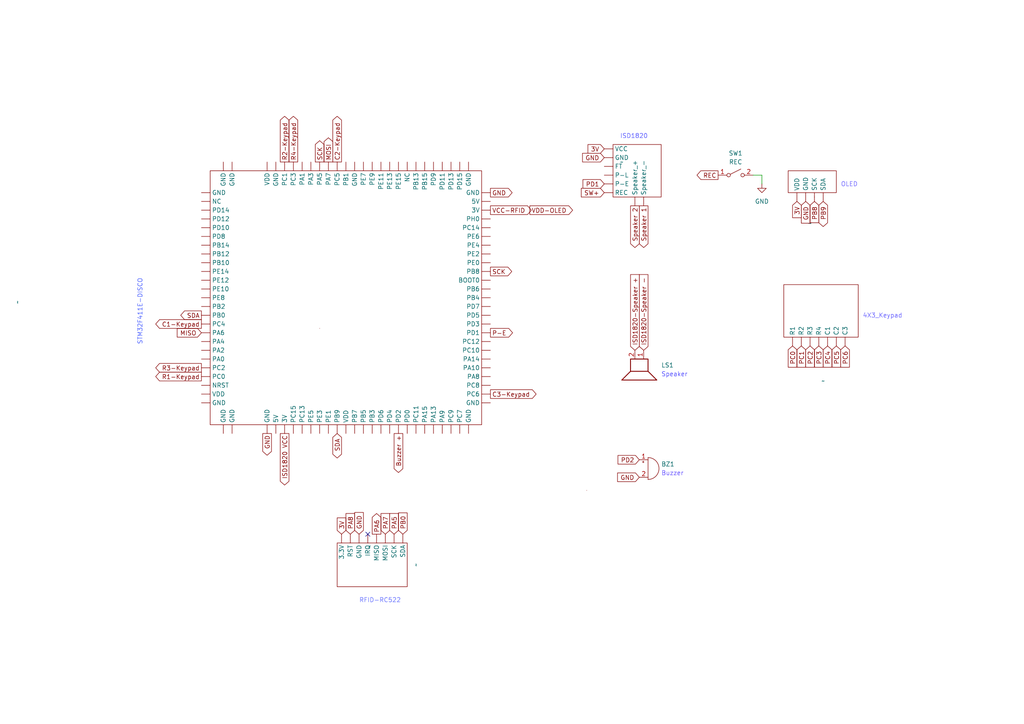
<source format=kicad_sch>
(kicad_sch (version 20230121) (generator eeschema)

  (uuid b53f0331-5242-4d30-9126-b9376c5ef6c0)

  (paper "A4")

  (title_block
    (title "Security Access Control System")
    (date "2023-12-10")
    (rev "1.1")
    (company "EC5613")
    (comment 1 "By - Sriya Garde and Krishna Suhagiya")
  )

  (lib_symbols
    (symbol "4X3 Matrix Keypad:4X3_Matrix_Keypad" (in_bom yes) (on_board yes)
      (property "Reference" "U" (at 0 0 0)
        (effects (font (size 1.27 1.27)))
      )
      (property "Value" "" (at 0 0 0)
        (effects (font (size 1.27 1.27)))
      )
      (property "Footprint" "" (at 0 0 0)
        (effects (font (size 1.27 1.27)) hide)
      )
      (property "Datasheet" "" (at 0 0 0)
        (effects (font (size 1.27 1.27)) hide)
      )
      (symbol "4X3_Matrix_Keypad_0_1"
        (rectangle (start -11.43 27.94) (end 10.16 12.7)
          (stroke (width 0) (type default))
          (fill (type none))
        )
        (rectangle (start -6.35 10.16) (end -6.35 10.16)
          (stroke (width 0) (type default))
          (fill (type none))
        )
      )
      (symbol "4X3_Matrix_Keypad_1_1"
        (pin output line (at 1.27 10.16 90) (length 2.54)
          (name "C1" (effects (font (size 1.27 1.27))))
          (number "" (effects (font (size 1.27 1.27))))
        )
        (pin output line (at 3.81 10.16 90) (length 2.54)
          (name "C2" (effects (font (size 1.27 1.27))))
          (number "" (effects (font (size 1.27 1.27))))
        )
        (pin output line (at 6.35 10.16 90) (length 2.54)
          (name "C3" (effects (font (size 1.27 1.27))))
          (number "" (effects (font (size 1.27 1.27))))
        )
        (pin output line (at -8.89 10.16 90) (length 2.54)
          (name "R1" (effects (font (size 1.27 1.27))))
          (number "" (effects (font (size 1.27 1.27))))
        )
        (pin output line (at -6.35 10.16 90) (length 2.54)
          (name "R2" (effects (font (size 1.27 1.27))))
          (number "" (effects (font (size 1.27 1.27))))
        )
        (pin output line (at -3.81 10.16 90) (length 2.54)
          (name "R3" (effects (font (size 1.27 1.27))))
          (number "" (effects (font (size 1.27 1.27))))
        )
        (pin output line (at -1.27 10.16 90) (length 2.54)
          (name "R4" (effects (font (size 1.27 1.27))))
          (number "" (effects (font (size 1.27 1.27))))
        )
      )
    )
    (symbol "Device:Buzzer" (pin_names (offset 0.0254) hide) (in_bom yes) (on_board yes)
      (property "Reference" "BZ" (at 3.81 1.27 0)
        (effects (font (size 1.27 1.27)) (justify left))
      )
      (property "Value" "Buzzer" (at 3.81 -1.27 0)
        (effects (font (size 1.27 1.27)) (justify left))
      )
      (property "Footprint" "" (at -0.635 2.54 90)
        (effects (font (size 1.27 1.27)) hide)
      )
      (property "Datasheet" "~" (at -0.635 2.54 90)
        (effects (font (size 1.27 1.27)) hide)
      )
      (property "ki_keywords" "quartz resonator ceramic" (at 0 0 0)
        (effects (font (size 1.27 1.27)) hide)
      )
      (property "ki_description" "Buzzer, polarized" (at 0 0 0)
        (effects (font (size 1.27 1.27)) hide)
      )
      (property "ki_fp_filters" "*Buzzer*" (at 0 0 0)
        (effects (font (size 1.27 1.27)) hide)
      )
      (symbol "Buzzer_0_1"
        (arc (start 0 -3.175) (mid 3.1612 0) (end 0 3.175)
          (stroke (width 0) (type default))
          (fill (type none))
        )
        (polyline
          (pts
            (xy -1.651 1.905)
            (xy -1.143 1.905)
          )
          (stroke (width 0) (type default))
          (fill (type none))
        )
        (polyline
          (pts
            (xy -1.397 2.159)
            (xy -1.397 1.651)
          )
          (stroke (width 0) (type default))
          (fill (type none))
        )
        (polyline
          (pts
            (xy 0 3.175)
            (xy 0 -3.175)
          )
          (stroke (width 0) (type default))
          (fill (type none))
        )
      )
      (symbol "Buzzer_1_1"
        (pin passive line (at -2.54 2.54 0) (length 2.54)
          (name "-" (effects (font (size 1.27 1.27))))
          (number "1" (effects (font (size 1.27 1.27))))
        )
        (pin passive line (at -2.54 -2.54 0) (length 2.54)
          (name "+" (effects (font (size 1.27 1.27))))
          (number "2" (effects (font (size 1.27 1.27))))
        )
      )
    )
    (symbol "Device:Speaker" (pin_names (offset 0) hide) (in_bom yes) (on_board yes)
      (property "Reference" "LS" (at 1.27 5.715 0)
        (effects (font (size 1.27 1.27)) (justify right))
      )
      (property "Value" "Speaker" (at 1.27 3.81 0)
        (effects (font (size 1.27 1.27)) (justify right))
      )
      (property "Footprint" "" (at 0 -5.08 0)
        (effects (font (size 1.27 1.27)) hide)
      )
      (property "Datasheet" "~" (at -0.254 -1.27 0)
        (effects (font (size 1.27 1.27)) hide)
      )
      (property "ki_keywords" "speaker sound" (at 0 0 0)
        (effects (font (size 1.27 1.27)) hide)
      )
      (property "ki_description" "Speaker" (at 0 0 0)
        (effects (font (size 1.27 1.27)) hide)
      )
      (symbol "Speaker_0_0"
        (rectangle (start -2.54 1.27) (end 1.016 -3.81)
          (stroke (width 0.254) (type default))
          (fill (type none))
        )
        (polyline
          (pts
            (xy 1.016 1.27)
            (xy 3.556 3.81)
            (xy 3.556 -6.35)
            (xy 1.016 -3.81)
          )
          (stroke (width 0.254) (type default))
          (fill (type none))
        )
      )
      (symbol "Speaker_1_1"
        (pin input line (at -5.08 0 0) (length 2.54)
          (name "1" (effects (font (size 1.27 1.27))))
          (number "1" (effects (font (size 1.27 1.27))))
        )
        (pin input line (at -5.08 -2.54 0) (length 2.54)
          (name "2" (effects (font (size 1.27 1.27))))
          (number "2" (effects (font (size 1.27 1.27))))
        )
      )
    )
    (symbol "ISD1820:ISD1820" (in_bom yes) (on_board yes)
      (property "Reference" "ISD1820" (at -7.62 -7.62 0)
        (effects (font (size 1.27 1.27) (color 98 99 255 1)) (justify left))
      )
      (property "Value" "~" (at 0 0 0)
        (effects (font (size 1.27 1.27)))
      )
      (property "Footprint" "" (at 0 0 0)
        (effects (font (size 1.27 1.27)) hide)
      )
      (property "Datasheet" "" (at 0 0 0)
        (effects (font (size 1.27 1.27)) hide)
      )
      (symbol "ISD1820_0_1"
        (rectangle (start -11.43 10.16) (end 2.54 -5.08)
          (stroke (width 0) (type default))
          (fill (type none))
        )
      )
      (symbol "ISD1820_1_1"
        (pin output line (at 5.08 1.27 180) (length 2.54)
          (name "FT" (effects (font (size 1.27 1.27))))
          (number "" (effects (font (size 1.27 1.27))))
        )
        (pin output line (at 5.08 -1.27 180) (length 2.54)
          (name "GND" (effects (font (size 1.27 1.27))))
          (number "" (effects (font (size 1.27 1.27))))
        )
        (pin output line (at 5.08 6.35 180) (length 2.54)
          (name "P-E" (effects (font (size 1.27 1.27))))
          (number "" (effects (font (size 1.27 1.27))))
        )
        (pin output line (at 5.08 3.81 180) (length 2.54)
          (name "P-L" (effects (font (size 1.27 1.27))))
          (number "" (effects (font (size 1.27 1.27))))
        )
        (pin output line (at 5.08 8.89 180) (length 2.54)
          (name "REC" (effects (font (size 1.27 1.27))))
          (number "" (effects (font (size 1.27 1.27))))
        )
        (pin output line (at -3.81 12.7 270) (length 2.54)
          (name "Speaker_+" (effects (font (size 1.27 1.27))))
          (number "" (effects (font (size 1.27 1.27))))
        )
        (pin output line (at -6.35 12.7 270) (length 2.54)
          (name "Speaker_-" (effects (font (size 1.27 1.27))))
          (number "" (effects (font (size 1.27 1.27))))
        )
        (pin output line (at 5.08 -3.81 180) (length 2.54)
          (name "VCC" (effects (font (size 1.27 1.27))))
          (number "" (effects (font (size 1.27 1.27))))
        )
      )
    )
    (symbol "MFRC522:RFID-MFRC522" (in_bom yes) (on_board yes)
      (property "Reference" "RFID-RC522" (at -10.16 16.51 90)
        (effects (font (size 1.27 1.27) (color 110 121 255 1)) (justify right))
      )
      (property "Value" "~" (at 0 0 0)
        (effects (font (size 1.27 1.27)))
      )
      (property "Footprint" "" (at 0 0 0)
        (effects (font (size 1.27 1.27)) hide)
      )
      (property "Datasheet" "" (at 0 0 0)
        (effects (font (size 1.27 1.27)) hide)
      )
      (symbol "RFID-MFRC522_0_1"
        (rectangle (start -6.35 22.86) (end 6.35 2.54)
          (stroke (width 0) (type default))
          (fill (type none))
        )
      )
      (symbol "RFID-MFRC522_1_1"
        (pin output line (at 8.89 21.59 180) (length 2.54)
          (name "3.3V" (effects (font (size 1.27 1.27))))
          (number "" (effects (font (size 1.27 1.27))))
        )
        (pin output line (at 8.89 16.51 180) (length 2.54)
          (name "GND" (effects (font (size 1.27 1.27))))
          (number "" (effects (font (size 1.27 1.27))))
        )
        (pin output line (at 8.89 13.97 180) (length 2.54)
          (name "IRQ" (effects (font (size 1.27 1.27))))
          (number "" (effects (font (size 1.27 1.27))))
        )
        (pin output line (at 8.89 11.43 180) (length 2.54)
          (name "MISO" (effects (font (size 1.27 1.27))))
          (number "" (effects (font (size 1.27 1.27))))
        )
        (pin output line (at 8.89 8.89 180) (length 2.54)
          (name "MOSI" (effects (font (size 1.27 1.27))))
          (number "" (effects (font (size 1.27 1.27))))
        )
        (pin output line (at 8.89 19.05 180) (length 2.54)
          (name "RST" (effects (font (size 1.27 1.27))))
          (number "" (effects (font (size 1.27 1.27))))
        )
        (pin output line (at 8.89 6.35 180) (length 2.54)
          (name "SCK" (effects (font (size 1.27 1.27))))
          (number "" (effects (font (size 1.27 1.27))))
        )
        (pin output line (at 8.89 3.81 180) (length 2.54)
          (name "SDA" (effects (font (size 1.27 1.27))))
          (number "" (effects (font (size 1.27 1.27))))
        )
      )
    )
    (symbol "OLED I2C:OLED_" (in_bom yes) (on_board yes)
      (property "Reference" "OLED" (at 8.89 11.43 0)
        (effects (font (size 1.27 1.27) (color 120 111 255 1)) (justify left))
      )
      (property "Value" "~" (at 0 0 0)
        (effects (font (size 1.27 1.27)))
      )
      (property "Footprint" "" (at 0 0 0)
        (effects (font (size 1.27 1.27)) hide)
      )
      (property "Datasheet" "" (at 0 0 0)
        (effects (font (size 1.27 1.27)) hide)
      )
      (symbol "OLED__0_1"
        (rectangle (start -6.35 15.24) (end 7.62 8.89)
          (stroke (width 0) (type default))
          (fill (type none))
        )
        (rectangle (start -1.27 8.89) (end -1.27 8.89)
          (stroke (width 0) (type default))
          (fill (type none))
        )
        (rectangle (start 1.27 7.62) (end 1.27 7.62)
          (stroke (width 0) (type default))
          (fill (type none))
        )
      )
      (symbol "OLED__1_1"
        (pin output line (at -1.27 6.35 90) (length 2.54)
          (name "GND" (effects (font (size 1.27 1.27))))
          (number "" (effects (font (size 1.27 1.27))))
        )
        (pin output line (at 1.27 6.35 90) (length 2.54)
          (name "SCK" (effects (font (size 1.27 1.27))))
          (number "" (effects (font (size 1.27 1.27))))
        )
        (pin output line (at 3.81 6.35 90) (length 2.54)
          (name "SDA" (effects (font (size 1.27 1.27))))
          (number "" (effects (font (size 1.27 1.27))))
        )
        (pin output line (at -3.81 6.35 90) (length 2.54)
          (name "VDD" (effects (font (size 1.27 1.27))))
          (number "" (effects (font (size 1.27 1.27))))
        )
      )
    )
    (symbol "STM32F411E-DISCO:STM32F411E-DISCO" (in_bom yes) (on_board yes)
      (property "Reference" "STM32F411E-DISCO" (at 3.81 44.45 0)
        (effects (font (size 1.27 1.27) (color 82 103 255 1)))
      )
      (property "Value" "~" (at 0 0 0)
        (effects (font (size 1.27 1.27)))
      )
      (property "Footprint" "" (at 0 0 0)
        (effects (font (size 1.27 1.27)) hide)
      )
      (property "Datasheet" "" (at 0 0 0)
        (effects (font (size 1.27 1.27)) hide)
      )
      (symbol "STM32F411E-DISCO_0_1"
        (rectangle (start -38.1 134.62) (end 35.56 55.88)
          (stroke (width 0) (type default))
          (fill (type none))
        )
        (rectangle (start 7.62 87.63) (end 7.62 87.63)
          (stroke (width 0) (type default))
          (fill (type none))
        )
        (rectangle (start 54.61 165.1) (end 54.61 165.1)
          (stroke (width 0) (type default))
          (fill (type none))
        )
      )
      (symbol "STM32F411E-DISCO_1_1"
        (pin output line (at -26.67 137.16 270) (length 2.54)
          (name "3V" (effects (font (size 1.27 1.27))))
          (number "" (effects (font (size 1.27 1.27))))
        )
        (pin output line (at 38.1 77.47 180) (length 2.54)
          (name "3V" (effects (font (size 1.27 1.27))))
          (number "" (effects (font (size 1.27 1.27))))
        )
        (pin output line (at -29.21 137.16 270) (length 2.54)
          (name "5V" (effects (font (size 1.27 1.27))))
          (number "" (effects (font (size 1.27 1.27))))
        )
        (pin output line (at 38.1 74.93 180) (length 2.54)
          (name "5V" (effects (font (size 1.27 1.27))))
          (number "" (effects (font (size 1.27 1.27))))
        )
        (pin output line (at -6.35 137.16 270) (length 2.54)
          (name "BOOT0" (effects (font (size 1.27 1.27))))
          (number "" (effects (font (size 1.27 1.27))))
        )
        (pin output line (at -40.64 59.69 0) (length 2.54)
          (name "GND" (effects (font (size 1.27 1.27))))
          (number "" (effects (font (size 1.27 1.27))))
        )
        (pin output line (at -40.64 62.23 0) (length 2.54)
          (name "GND" (effects (font (size 1.27 1.27))))
          (number "" (effects (font (size 1.27 1.27))))
        )
        (pin output line (at -40.64 74.93 0) (length 2.54)
          (name "GND" (effects (font (size 1.27 1.27))))
          (number "" (effects (font (size 1.27 1.27))))
        )
        (pin output line (at -40.64 97.79 0) (length 2.54)
          (name "GND" (effects (font (size 1.27 1.27))))
          (number "" (effects (font (size 1.27 1.27))))
        )
        (pin output line (at -40.64 130.81 0) (length 2.54)
          (name "GND" (effects (font (size 1.27 1.27))))
          (number "" (effects (font (size 1.27 1.27))))
        )
        (pin output line (at -31.75 53.34 90) (length 2.54)
          (name "GND" (effects (font (size 1.27 1.27))))
          (number "" (effects (font (size 1.27 1.27))))
        )
        (pin output line (at -31.75 137.16 270) (length 2.54)
          (name "GND" (effects (font (size 1.27 1.27))))
          (number "" (effects (font (size 1.27 1.27))))
        )
        (pin output line (at 29.21 53.34 90) (length 2.54)
          (name "GND" (effects (font (size 1.27 1.27))))
          (number "" (effects (font (size 1.27 1.27))))
        )
        (pin output line (at 29.21 137.16 270) (length 2.54)
          (name "GND" (effects (font (size 1.27 1.27))))
          (number "" (effects (font (size 1.27 1.27))))
        )
        (pin output line (at 38.1 59.69 180) (length 2.54)
          (name "GND" (effects (font (size 1.27 1.27))))
          (number "" (effects (font (size 1.27 1.27))))
        )
        (pin output line (at 38.1 62.23 180) (length 2.54)
          (name "GND" (effects (font (size 1.27 1.27))))
          (number "" (effects (font (size 1.27 1.27))))
        )
        (pin output line (at 38.1 72.39 180) (length 2.54)
          (name "GND" (effects (font (size 1.27 1.27))))
          (number "" (effects (font (size 1.27 1.27))))
        )
        (pin output line (at 38.1 130.81 180) (length 2.54)
          (name "GND" (effects (font (size 1.27 1.27))))
          (number "" (effects (font (size 1.27 1.27))))
        )
        (pin output line (at -40.64 113.03 0) (length 2.54)
          (name "NC" (effects (font (size 1.27 1.27))))
          (number "" (effects (font (size 1.27 1.27))))
        )
        (pin output line (at -29.21 53.34 90) (length 2.54)
          (name "NC" (effects (font (size 1.27 1.27))))
          (number "" (effects (font (size 1.27 1.27))))
        )
        (pin output line (at 24.13 53.34 90) (length 2.54)
          (name "NRST" (effects (font (size 1.27 1.27))))
          (number "" (effects (font (size 1.27 1.27))))
        )
        (pin output line (at 16.51 53.34 90) (length 2.54)
          (name "PA0" (effects (font (size 1.27 1.27))))
          (number "" (effects (font (size 1.27 1.27))))
        )
        (pin output line (at -40.64 82.55 0) (length 2.54)
          (name "PA1" (effects (font (size 1.27 1.27))))
          (number "" (effects (font (size 1.27 1.27))))
        )
        (pin output line (at 19.05 137.16 270) (length 2.54)
          (name "PA10" (effects (font (size 1.27 1.27))))
          (number "" (effects (font (size 1.27 1.27))))
        )
        (pin output line (at 38.1 120.65 180) (length 2.54)
          (name "PA13" (effects (font (size 1.27 1.27))))
          (number "" (effects (font (size 1.27 1.27))))
        )
        (pin output line (at 16.51 137.16 270) (length 2.54)
          (name "PA14" (effects (font (size 1.27 1.27))))
          (number "" (effects (font (size 1.27 1.27))))
        )
        (pin output line (at 38.1 118.11 180) (length 2.54)
          (name "PA15" (effects (font (size 1.27 1.27))))
          (number "" (effects (font (size 1.27 1.27))))
        )
        (pin output line (at 13.97 53.34 90) (length 2.54)
          (name "PA2" (effects (font (size 1.27 1.27))))
          (number "" (effects (font (size 1.27 1.27))))
        )
        (pin output line (at -40.64 85.09 0) (length 2.54)
          (name "PA3" (effects (font (size 1.27 1.27))))
          (number "" (effects (font (size 1.27 1.27))))
        )
        (pin output line (at 11.43 53.34 90) (length 2.54)
          (name "PA4" (effects (font (size 1.27 1.27))))
          (number "" (effects (font (size 1.27 1.27))))
        )
        (pin output line (at -40.64 87.63 0) (length 2.54)
          (name "PA5" (effects (font (size 1.27 1.27))))
          (number "" (effects (font (size 1.27 1.27))))
        )
        (pin output line (at 8.89 53.34 90) (length 2.54)
          (name "PA6" (effects (font (size 1.27 1.27))))
          (number "" (effects (font (size 1.27 1.27))))
        )
        (pin output line (at -40.64 90.17 0) (length 2.54)
          (name "PA7" (effects (font (size 1.27 1.27))))
          (number "" (effects (font (size 1.27 1.27))))
        )
        (pin output line (at 21.59 137.16 270) (length 2.54)
          (name "PA8" (effects (font (size 1.27 1.27))))
          (number "" (effects (font (size 1.27 1.27))))
        )
        (pin output line (at 38.1 123.19 180) (length 2.54)
          (name "PA9" (effects (font (size 1.27 1.27))))
          (number "" (effects (font (size 1.27 1.27))))
        )
        (pin output line (at 3.81 53.34 90) (length 2.54)
          (name "PB0" (effects (font (size 1.27 1.27))))
          (number "" (effects (font (size 1.27 1.27))))
        )
        (pin output line (at -40.64 95.25 0) (length 2.54)
          (name "PB1" (effects (font (size 1.27 1.27))))
          (number "" (effects (font (size 1.27 1.27))))
        )
        (pin output line (at -11.43 53.34 90) (length 2.54)
          (name "PB10" (effects (font (size 1.27 1.27))))
          (number "" (effects (font (size 1.27 1.27))))
        )
        (pin output line (at -13.97 53.34 90) (length 2.54)
          (name "PB12" (effects (font (size 1.27 1.27))))
          (number "" (effects (font (size 1.27 1.27))))
        )
        (pin output line (at -40.64 115.57 0) (length 2.54)
          (name "PB13" (effects (font (size 1.27 1.27))))
          (number "" (effects (font (size 1.27 1.27))))
        )
        (pin output line (at -16.51 53.34 90) (length 2.54)
          (name "PB14" (effects (font (size 1.27 1.27))))
          (number "" (effects (font (size 1.27 1.27))))
        )
        (pin output line (at -40.64 118.11 0) (length 2.54)
          (name "PB15" (effects (font (size 1.27 1.27))))
          (number "" (effects (font (size 1.27 1.27))))
        )
        (pin output line (at 1.27 53.34 90) (length 2.54)
          (name "PB2" (effects (font (size 1.27 1.27))))
          (number "" (effects (font (size 1.27 1.27))))
        )
        (pin output line (at 38.1 102.87 180) (length 2.54)
          (name "PB3" (effects (font (size 1.27 1.27))))
          (number "" (effects (font (size 1.27 1.27))))
        )
        (pin output line (at -1.27 137.16 270) (length 2.54)
          (name "PB4" (effects (font (size 1.27 1.27))))
          (number "" (effects (font (size 1.27 1.27))))
        )
        (pin output line (at 38.1 100.33 180) (length 2.54)
          (name "PB5" (effects (font (size 1.27 1.27))))
          (number "" (effects (font (size 1.27 1.27))))
        )
        (pin output line (at -3.81 137.16 270) (length 2.54)
          (name "PB6" (effects (font (size 1.27 1.27))))
          (number "" (effects (font (size 1.27 1.27))))
        )
        (pin output line (at 38.1 97.79 180) (length 2.54)
          (name "PB7" (effects (font (size 1.27 1.27))))
          (number "" (effects (font (size 1.27 1.27))))
        )
        (pin output line (at -8.89 137.16 270) (length 2.54)
          (name "PB8" (effects (font (size 1.27 1.27))))
          (number "" (effects (font (size 1.27 1.27))))
        )
        (pin output line (at 38.1 92.71 180) (length 2.54)
          (name "PB9" (effects (font (size 1.27 1.27))))
          (number "" (effects (font (size 1.27 1.27))))
        )
        (pin output line (at 21.59 53.34 90) (length 2.54)
          (name "PC0" (effects (font (size 1.27 1.27))))
          (number "" (effects (font (size 1.27 1.27))))
        )
        (pin output line (at -40.64 77.47 0) (length 2.54)
          (name "PC1" (effects (font (size 1.27 1.27))))
          (number "" (effects (font (size 1.27 1.27))))
        )
        (pin output line (at 13.97 137.16 270) (length 2.54)
          (name "PC10" (effects (font (size 1.27 1.27))))
          (number "" (effects (font (size 1.27 1.27))))
        )
        (pin output line (at 38.1 115.57 180) (length 2.54)
          (name "PC11" (effects (font (size 1.27 1.27))))
          (number "" (effects (font (size 1.27 1.27))))
        )
        (pin output line (at 11.43 137.16 270) (length 2.54)
          (name "PC12" (effects (font (size 1.27 1.27))))
          (number "" (effects (font (size 1.27 1.27))))
        )
        (pin output line (at 38.1 82.55 180) (length 2.54)
          (name "PC13" (effects (font (size 1.27 1.27))))
          (number "" (effects (font (size 1.27 1.27))))
        )
        (pin output line (at -21.59 137.16 270) (length 2.54)
          (name "PC14" (effects (font (size 1.27 1.27))))
          (number "" (effects (font (size 1.27 1.27))))
        )
        (pin output line (at 38.1 80.01 180) (length 2.54)
          (name "PC15" (effects (font (size 1.27 1.27))))
          (number "" (effects (font (size 1.27 1.27))))
        )
        (pin output line (at 19.05 53.34 90) (length 2.54)
          (name "PC2" (effects (font (size 1.27 1.27))))
          (number "" (effects (font (size 1.27 1.27))))
        )
        (pin output line (at -40.64 80.01 0) (length 2.54)
          (name "PC3" (effects (font (size 1.27 1.27))))
          (number "" (effects (font (size 1.27 1.27))))
        )
        (pin output line (at 6.35 53.34 90) (length 2.54)
          (name "PC4" (effects (font (size 1.27 1.27))))
          (number "" (effects (font (size 1.27 1.27))))
        )
        (pin output line (at -40.64 92.71 0) (length 2.54)
          (name "PC5" (effects (font (size 1.27 1.27))))
          (number "" (effects (font (size 1.27 1.27))))
        )
        (pin output line (at 26.67 137.16 270) (length 2.54)
          (name "PC6" (effects (font (size 1.27 1.27))))
          (number "" (effects (font (size 1.27 1.27))))
        )
        (pin output line (at 38.1 128.27 180) (length 2.54)
          (name "PC7" (effects (font (size 1.27 1.27))))
          (number "" (effects (font (size 1.27 1.27))))
        )
        (pin output line (at 24.13 137.16 270) (length 2.54)
          (name "PC8" (effects (font (size 1.27 1.27))))
          (number "" (effects (font (size 1.27 1.27))))
        )
        (pin output line (at 38.1 125.73 180) (length 2.54)
          (name "PC9" (effects (font (size 1.27 1.27))))
          (number "" (effects (font (size 1.27 1.27))))
        )
        (pin output line (at 38.1 113.03 180) (length 2.54)
          (name "PD0" (effects (font (size 1.27 1.27))))
          (number "" (effects (font (size 1.27 1.27))))
        )
        (pin output line (at 8.89 137.16 270) (length 2.54)
          (name "PD1" (effects (font (size 1.27 1.27))))
          (number "" (effects (font (size 1.27 1.27))))
        )
        (pin output line (at -21.59 53.34 90) (length 2.54)
          (name "PD10" (effects (font (size 1.27 1.27))))
          (number "" (effects (font (size 1.27 1.27))))
        )
        (pin output line (at -40.64 123.19 0) (length 2.54)
          (name "PD11" (effects (font (size 1.27 1.27))))
          (number "" (effects (font (size 1.27 1.27))))
        )
        (pin output line (at -24.13 53.34 90) (length 2.54)
          (name "PD12" (effects (font (size 1.27 1.27))))
          (number "" (effects (font (size 1.27 1.27))))
        )
        (pin output line (at -40.64 125.73 0) (length 2.54)
          (name "PD13" (effects (font (size 1.27 1.27))))
          (number "" (effects (font (size 1.27 1.27))))
        )
        (pin output line (at -26.67 53.34 90) (length 2.54)
          (name "PD14" (effects (font (size 1.27 1.27))))
          (number "" (effects (font (size 1.27 1.27))))
        )
        (pin output line (at -40.64 128.27 0) (length 2.54)
          (name "PD15" (effects (font (size 1.27 1.27))))
          (number "" (effects (font (size 1.27 1.27))))
        )
        (pin output line (at 38.1 110.49 180) (length 2.54)
          (name "PD2" (effects (font (size 1.27 1.27))))
          (number "" (effects (font (size 1.27 1.27))))
        )
        (pin output line (at 6.35 137.16 270) (length 2.54)
          (name "PD3" (effects (font (size 1.27 1.27))))
          (number "" (effects (font (size 1.27 1.27))))
        )
        (pin output line (at 38.1 107.95 180) (length 2.54)
          (name "PD4" (effects (font (size 1.27 1.27))))
          (number "" (effects (font (size 1.27 1.27))))
        )
        (pin output line (at 3.81 137.16 270) (length 2.54)
          (name "PD5" (effects (font (size 1.27 1.27))))
          (number "" (effects (font (size 1.27 1.27))))
        )
        (pin output line (at 38.1 105.41 180) (length 2.54)
          (name "PD6" (effects (font (size 1.27 1.27))))
          (number "" (effects (font (size 1.27 1.27))))
        )
        (pin output line (at 1.27 137.16 270) (length 2.54)
          (name "PD7" (effects (font (size 1.27 1.27))))
          (number "" (effects (font (size 1.27 1.27))))
        )
        (pin output line (at -19.05 53.34 90) (length 2.54)
          (name "PD8" (effects (font (size 1.27 1.27))))
          (number "" (effects (font (size 1.27 1.27))))
        )
        (pin output line (at -40.64 120.65 0) (length 2.54)
          (name "PD9" (effects (font (size 1.27 1.27))))
          (number "" (effects (font (size 1.27 1.27))))
        )
        (pin output line (at -11.43 137.16 270) (length 2.54)
          (name "PE0" (effects (font (size 1.27 1.27))))
          (number "" (effects (font (size 1.27 1.27))))
        )
        (pin output line (at 38.1 90.17 180) (length 2.54)
          (name "PE1" (effects (font (size 1.27 1.27))))
          (number "" (effects (font (size 1.27 1.27))))
        )
        (pin output line (at -3.81 53.34 90) (length 2.54)
          (name "PE10" (effects (font (size 1.27 1.27))))
          (number "" (effects (font (size 1.27 1.27))))
        )
        (pin output line (at -40.64 105.41 0) (length 2.54)
          (name "PE11" (effects (font (size 1.27 1.27))))
          (number "" (effects (font (size 1.27 1.27))))
        )
        (pin output line (at -6.35 53.34 90) (length 2.54)
          (name "PE12" (effects (font (size 1.27 1.27))))
          (number "" (effects (font (size 1.27 1.27))))
        )
        (pin output line (at -40.64 107.95 0) (length 2.54)
          (name "PE13" (effects (font (size 1.27 1.27))))
          (number "" (effects (font (size 1.27 1.27))))
        )
        (pin output line (at -8.89 53.34 90) (length 2.54)
          (name "PE14" (effects (font (size 1.27 1.27))))
          (number "" (effects (font (size 1.27 1.27))))
        )
        (pin output line (at -40.64 110.49 0) (length 2.54)
          (name "PE15" (effects (font (size 1.27 1.27))))
          (number "" (effects (font (size 1.27 1.27))))
        )
        (pin output line (at -13.97 137.16 270) (length 2.54)
          (name "PE2" (effects (font (size 1.27 1.27))))
          (number "" (effects (font (size 1.27 1.27))))
        )
        (pin output line (at 38.1 87.63 180) (length 2.54)
          (name "PE3" (effects (font (size 1.27 1.27))))
          (number "" (effects (font (size 1.27 1.27))))
        )
        (pin output line (at -16.51 137.16 270) (length 2.54)
          (name "PE4" (effects (font (size 1.27 1.27))))
          (number "" (effects (font (size 1.27 1.27))))
        )
        (pin output line (at 38.1 85.09 180) (length 2.54)
          (name "PE5" (effects (font (size 1.27 1.27))))
          (number "" (effects (font (size 1.27 1.27))))
        )
        (pin output line (at -19.05 137.16 270) (length 2.54)
          (name "PE6" (effects (font (size 1.27 1.27))))
          (number "" (effects (font (size 1.27 1.27))))
        )
        (pin output line (at -40.64 100.33 0) (length 2.54)
          (name "PE7" (effects (font (size 1.27 1.27))))
          (number "" (effects (font (size 1.27 1.27))))
        )
        (pin output line (at -1.27 53.34 90) (length 2.54)
          (name "PE8" (effects (font (size 1.27 1.27))))
          (number "" (effects (font (size 1.27 1.27))))
        )
        (pin output line (at -40.64 102.87 0) (length 2.54)
          (name "PE9" (effects (font (size 1.27 1.27))))
          (number "" (effects (font (size 1.27 1.27))))
        )
        (pin output line (at -24.13 137.16 270) (length 2.54)
          (name "PH0" (effects (font (size 1.27 1.27))))
          (number "" (effects (font (size 1.27 1.27))))
        )
        (pin output line (at -40.64 72.39 0) (length 2.54)
          (name "VDD" (effects (font (size 1.27 1.27))))
          (number "" (effects (font (size 1.27 1.27))))
        )
        (pin output line (at 26.67 53.34 90) (length 2.54)
          (name "VDD" (effects (font (size 1.27 1.27))))
          (number "" (effects (font (size 1.27 1.27))))
        )
        (pin output line (at 38.1 95.25 180) (length 2.54)
          (name "VDD" (effects (font (size 1.27 1.27))))
          (number "" (effects (font (size 1.27 1.27))))
        )
      )
    )
    (symbol "Switch:SW_SPST" (pin_names (offset 0) hide) (in_bom yes) (on_board yes)
      (property "Reference" "SW" (at 0 3.175 0)
        (effects (font (size 1.27 1.27)))
      )
      (property "Value" "SW_SPST" (at 0 -2.54 0)
        (effects (font (size 1.27 1.27)))
      )
      (property "Footprint" "" (at 0 0 0)
        (effects (font (size 1.27 1.27)) hide)
      )
      (property "Datasheet" "~" (at 0 0 0)
        (effects (font (size 1.27 1.27)) hide)
      )
      (property "ki_keywords" "switch lever" (at 0 0 0)
        (effects (font (size 1.27 1.27)) hide)
      )
      (property "ki_description" "Single Pole Single Throw (SPST) switch" (at 0 0 0)
        (effects (font (size 1.27 1.27)) hide)
      )
      (symbol "SW_SPST_0_0"
        (circle (center -2.032 0) (radius 0.508)
          (stroke (width 0) (type default))
          (fill (type none))
        )
        (polyline
          (pts
            (xy -1.524 0.254)
            (xy 1.524 1.778)
          )
          (stroke (width 0) (type default))
          (fill (type none))
        )
        (circle (center 2.032 0) (radius 0.508)
          (stroke (width 0) (type default))
          (fill (type none))
        )
      )
      (symbol "SW_SPST_1_1"
        (pin passive line (at -5.08 0 0) (length 2.54)
          (name "A" (effects (font (size 1.27 1.27))))
          (number "1" (effects (font (size 1.27 1.27))))
        )
        (pin passive line (at 5.08 0 180) (length 2.54)
          (name "B" (effects (font (size 1.27 1.27))))
          (number "2" (effects (font (size 1.27 1.27))))
        )
      )
    )
    (symbol "power:GND" (power) (pin_names (offset 0)) (in_bom yes) (on_board yes)
      (property "Reference" "#PWR" (at 0 -6.35 0)
        (effects (font (size 1.27 1.27)) hide)
      )
      (property "Value" "GND" (at 0 -3.81 0)
        (effects (font (size 1.27 1.27)))
      )
      (property "Footprint" "" (at 0 0 0)
        (effects (font (size 1.27 1.27)) hide)
      )
      (property "Datasheet" "" (at 0 0 0)
        (effects (font (size 1.27 1.27)) hide)
      )
      (property "ki_keywords" "global power" (at 0 0 0)
        (effects (font (size 1.27 1.27)) hide)
      )
      (property "ki_description" "Power symbol creates a global label with name \"GND\" , ground" (at 0 0 0)
        (effects (font (size 1.27 1.27)) hide)
      )
      (symbol "GND_0_1"
        (polyline
          (pts
            (xy 0 0)
            (xy 0 -1.27)
            (xy 1.27 -1.27)
            (xy 0 -2.54)
            (xy -1.27 -1.27)
            (xy 0 -1.27)
          )
          (stroke (width 0) (type default))
          (fill (type none))
        )
      )
      (symbol "GND_1_1"
        (pin power_in line (at 0 0 270) (length 0) hide
          (name "GND" (effects (font (size 1.27 1.27))))
          (number "1" (effects (font (size 1.27 1.27))))
        )
      )
    )
  )


  (no_connect (at 106.68 154.94) (uuid bde07a38-8bc9-4961-b53c-b6a86884e5dd))

  (wire (pts (xy 220.98 50.8) (xy 220.98 53.34))
    (stroke (width 0) (type default))
    (uuid 72f4ed66-b5b4-4b7f-bda4-7135efff0cd9)
  )
  (wire (pts (xy 218.44 50.8) (xy 220.98 50.8))
    (stroke (width 0) (type default))
    (uuid a083e6e4-2aea-4302-b7aa-fd37e7a149e1)
  )

  (global_label "SCK" (shape output) (at 92.71 46.99 90) (fields_autoplaced)
    (effects (font (size 1.27 1.27)) (justify left))
    (uuid 022a6fed-7024-4e00-8d0f-86973346198a)
    (property "Intersheetrefs" "${INTERSHEET_REFS}" (at 92.71 40.2553 90)
      (effects (font (size 1.27 1.27)) (justify left) hide)
    )
  )
  (global_label "PA8" (shape input) (at 101.6 154.94 90) (fields_autoplaced)
    (effects (font (size 1.27 1.27)) (justify left))
    (uuid 0cb560f0-8fc0-4408-a6b3-6dd3648467e5)
    (property "Intersheetrefs" "${INTERSHEET_REFS}" (at 101.6 148.3867 90)
      (effects (font (size 1.27 1.27)) (justify left) hide)
    )
  )
  (global_label "C1-Keypad" (shape output) (at 58.42 93.98 180) (fields_autoplaced)
    (effects (font (size 1.27 1.27)) (justify right))
    (uuid 0cf70cf0-13de-4c28-b6cf-38e41f92112c)
    (property "Intersheetrefs" "${INTERSHEET_REFS}" (at 44.6097 93.98 0)
      (effects (font (size 1.27 1.27)) (justify right) hide)
    )
  )
  (global_label "R4-Keypad" (shape output) (at 85.09 46.99 90) (fields_autoplaced)
    (effects (font (size 1.27 1.27)) (justify left))
    (uuid 108ba8b1-27f5-4c07-ae55-c5ec764015ac)
    (property "Intersheetrefs" "${INTERSHEET_REFS}" (at 85.09 33.1797 90)
      (effects (font (size 1.27 1.27)) (justify left) hide)
    )
  )
  (global_label "SDA" (shape output) (at 58.42 91.44 180) (fields_autoplaced)
    (effects (font (size 1.27 1.27)) (justify right))
    (uuid 15f3028c-0ec9-46a9-810c-776a0a32509e)
    (property "Intersheetrefs" "${INTERSHEET_REFS}" (at 51.8667 91.44 0)
      (effects (font (size 1.27 1.27)) (justify right) hide)
    )
  )
  (global_label "PD1" (shape input) (at 175.26 53.34 180) (fields_autoplaced)
    (effects (font (size 1.27 1.27)) (justify right))
    (uuid 18d46f0e-adba-46e2-8c7d-1dbb1b1cc3cd)
    (property "Intersheetrefs" "${INTERSHEET_REFS}" (at 168.5253 53.34 0)
      (effects (font (size 1.27 1.27)) (justify right) hide)
    )
  )
  (global_label "PD2" (shape input) (at 185.42 133.35 180) (fields_autoplaced)
    (effects (font (size 1.27 1.27)) (justify right))
    (uuid 1b672337-a2c5-4a3b-a92a-025e77fc324b)
    (property "Intersheetrefs" "${INTERSHEET_REFS}" (at 178.6853 133.35 0)
      (effects (font (size 1.27 1.27)) (justify right) hide)
    )
  )
  (global_label "PC2" (shape input) (at 234.95 100.33 270) (fields_autoplaced)
    (effects (font (size 1.27 1.27)) (justify right))
    (uuid 1c35263c-24f0-4635-80bb-15de7fc60cf5)
    (property "Intersheetrefs" "${INTERSHEET_REFS}" (at 234.95 107.0647 90)
      (effects (font (size 1.27 1.27)) (justify right) hide)
    )
  )
  (global_label "SCK" (shape output) (at 142.24 78.74 0) (fields_autoplaced)
    (effects (font (size 1.27 1.27)) (justify left))
    (uuid 1e2cf5f7-cc6d-4e9a-82e6-91d23d9d7a87)
    (property "Intersheetrefs" "${INTERSHEET_REFS}" (at 148.9747 78.74 0)
      (effects (font (size 1.27 1.27)) (justify left) hide)
    )
  )
  (global_label "PA7" (shape input) (at 111.76 154.94 90) (fields_autoplaced)
    (effects (font (size 1.27 1.27)) (justify left))
    (uuid 24742d2e-37d5-46d2-a855-15178626ccf7)
    (property "Intersheetrefs" "${INTERSHEET_REFS}" (at 111.76 148.3867 90)
      (effects (font (size 1.27 1.27)) (justify left) hide)
    )
  )
  (global_label "GND" (shape output) (at 142.24 55.88 0) (fields_autoplaced)
    (effects (font (size 1.27 1.27)) (justify left))
    (uuid 2a9cdf1c-7cf9-4100-a940-a1573ece9928)
    (property "Intersheetrefs" "${INTERSHEET_REFS}" (at 149.0957 55.88 0)
      (effects (font (size 1.27 1.27)) (justify left) hide)
    )
  )
  (global_label "REC" (shape output) (at 208.28 50.8 180) (fields_autoplaced)
    (effects (font (size 1.27 1.27)) (justify right))
    (uuid 411b9aaf-c331-410c-bfb5-e046582c65cc)
    (property "Intersheetrefs" "${INTERSHEET_REFS}" (at 201.6058 50.8 0)
      (effects (font (size 1.27 1.27)) (justify right) hide)
    )
  )
  (global_label "PB0" (shape input) (at 116.84 154.94 90) (fields_autoplaced)
    (effects (font (size 1.27 1.27)) (justify left))
    (uuid 5709f37d-5425-4eba-ab68-78e69fa4618a)
    (property "Intersheetrefs" "${INTERSHEET_REFS}" (at 116.84 148.2053 90)
      (effects (font (size 1.27 1.27)) (justify left) hide)
    )
  )
  (global_label "PC0" (shape input) (at 229.87 100.33 270) (fields_autoplaced)
    (effects (font (size 1.27 1.27)) (justify right))
    (uuid 59d54016-63cb-4d90-8d95-07fa064f8e42)
    (property "Intersheetrefs" "${INTERSHEET_REFS}" (at 229.87 107.0647 90)
      (effects (font (size 1.27 1.27)) (justify right) hide)
    )
  )
  (global_label "VDD-OLED" (shape output) (at 153.67 60.96 0) (fields_autoplaced)
    (effects (font (size 1.27 1.27)) (justify left))
    (uuid 5aa2e552-ed0b-44fd-93de-a4d284df5d24)
    (property "Intersheetrefs" "${INTERSHEET_REFS}" (at 166.6338 60.96 0)
      (effects (font (size 1.27 1.27)) (justify left) hide)
    )
  )
  (global_label "GND" (shape output) (at 77.47 125.73 270) (fields_autoplaced)
    (effects (font (size 1.27 1.27)) (justify right))
    (uuid 5b637ed3-c2a6-40ac-96bf-845fa72f6d32)
    (property "Intersheetrefs" "${INTERSHEET_REFS}" (at 77.47 132.5857 90)
      (effects (font (size 1.27 1.27)) (justify right) hide)
    )
  )
  (global_label "GND" (shape input) (at 185.42 138.43 180) (fields_autoplaced)
    (effects (font (size 1.27 1.27)) (justify right))
    (uuid 5cd1df86-0c7f-4ed4-b998-ea64cfada36f)
    (property "Intersheetrefs" "${INTERSHEET_REFS}" (at 178.5643 138.43 0)
      (effects (font (size 1.27 1.27)) (justify right) hide)
    )
  )
  (global_label "Speaker 1" (shape output) (at 186.69 59.69 270) (fields_autoplaced)
    (effects (font (size 1.27 1.27)) (justify right))
    (uuid 5fa58084-f4a0-4d47-b7db-c63f03823e12)
    (property "Intersheetrefs" "${INTERSHEET_REFS}" (at 186.69 72.3513 90)
      (effects (font (size 1.27 1.27)) (justify right) hide)
    )
  )
  (global_label "PC6" (shape input) (at 245.11 100.33 270) (fields_autoplaced)
    (effects (font (size 1.27 1.27)) (justify right))
    (uuid 666154f8-4e12-43c6-85c3-75f0b4cd5702)
    (property "Intersheetrefs" "${INTERSHEET_REFS}" (at 245.11 107.0647 90)
      (effects (font (size 1.27 1.27)) (justify right) hide)
    )
  )
  (global_label "PA5" (shape input) (at 114.3 154.94 90) (fields_autoplaced)
    (effects (font (size 1.27 1.27)) (justify left))
    (uuid 67735614-2c60-43a4-8444-954bc2bd966d)
    (property "Intersheetrefs" "${INTERSHEET_REFS}" (at 114.3 148.3867 90)
      (effects (font (size 1.27 1.27)) (justify left) hide)
    )
  )
  (global_label "PA6" (shape output) (at 109.22 154.94 90) (fields_autoplaced)
    (effects (font (size 1.27 1.27)) (justify left))
    (uuid 721cee23-5146-4c75-9d95-bb62e38f6760)
    (property "Intersheetrefs" "${INTERSHEET_REFS}" (at 109.22 148.3867 90)
      (effects (font (size 1.27 1.27)) (justify left) hide)
    )
  )
  (global_label "R1-Keypad" (shape output) (at 58.42 109.22 180) (fields_autoplaced)
    (effects (font (size 1.27 1.27)) (justify right))
    (uuid 7accd7a7-80af-4b32-8fdf-c273411d1b1a)
    (property "Intersheetrefs" "${INTERSHEET_REFS}" (at 44.6097 109.22 0)
      (effects (font (size 1.27 1.27)) (justify right) hide)
    )
  )
  (global_label "R3-Keypad" (shape output) (at 58.42 106.68 180) (fields_autoplaced)
    (effects (font (size 1.27 1.27)) (justify right))
    (uuid 7c6ace09-b7cd-42ef-90a5-e1a50238232d)
    (property "Intersheetrefs" "${INTERSHEET_REFS}" (at 44.6097 106.68 0)
      (effects (font (size 1.27 1.27)) (justify right) hide)
    )
  )
  (global_label "P-E" (shape output) (at 142.24 96.52 0) (fields_autoplaced)
    (effects (font (size 1.27 1.27)) (justify left))
    (uuid 7c7cc091-b1b3-49ad-a711-107cf0e104b0)
    (property "Intersheetrefs" "${INTERSHEET_REFS}" (at 149.2166 96.52 0)
      (effects (font (size 1.27 1.27)) (justify left) hide)
    )
  )
  (global_label "PC5" (shape input) (at 242.57 100.33 270) (fields_autoplaced)
    (effects (font (size 1.27 1.27)) (justify right))
    (uuid 8b9c1eec-504b-4870-b8fc-f92891c64e59)
    (property "Intersheetrefs" "${INTERSHEET_REFS}" (at 242.57 107.0647 90)
      (effects (font (size 1.27 1.27)) (justify right) hide)
    )
  )
  (global_label "MOSI" (shape output) (at 95.25 46.99 90) (fields_autoplaced)
    (effects (font (size 1.27 1.27)) (justify left))
    (uuid 8f2c3c57-21a2-4ef7-b706-696bf842ad08)
    (property "Intersheetrefs" "${INTERSHEET_REFS}" (at 95.25 39.4086 90)
      (effects (font (size 1.27 1.27)) (justify left) hide)
    )
  )
  (global_label "PB8" (shape input) (at 236.22 58.42 270) (fields_autoplaced)
    (effects (font (size 1.27 1.27)) (justify right))
    (uuid 943d6c2d-0469-4621-b2d8-75d53abf3d11)
    (property "Intersheetrefs" "${INTERSHEET_REFS}" (at 236.22 65.1547 90)
      (effects (font (size 1.27 1.27)) (justify right) hide)
    )
  )
  (global_label "Speaker 2" (shape output) (at 184.15 59.69 270) (fields_autoplaced)
    (effects (font (size 1.27 1.27)) (justify right))
    (uuid 980b5bb4-bb7e-437e-9e01-0bed3ce54c0e)
    (property "Intersheetrefs" "${INTERSHEET_REFS}" (at 184.15 72.3513 90)
      (effects (font (size 1.27 1.27)) (justify right) hide)
    )
  )
  (global_label "VCC-RFID" (shape output) (at 142.24 60.96 0) (fields_autoplaced)
    (effects (font (size 1.27 1.27)) (justify left))
    (uuid 9892f011-834b-46ea-9991-0e980fb91374)
    (property "Intersheetrefs" "${INTERSHEET_REFS}" (at 154.6596 60.96 0)
      (effects (font (size 1.27 1.27)) (justify left) hide)
    )
  )
  (global_label "GND" (shape input) (at 104.14 154.94 90) (fields_autoplaced)
    (effects (font (size 1.27 1.27)) (justify left))
    (uuid a2574d48-e46e-4b54-b34e-483a9147d487)
    (property "Intersheetrefs" "${INTERSHEET_REFS}" (at 104.14 148.0843 90)
      (effects (font (size 1.27 1.27)) (justify left) hide)
    )
  )
  (global_label "Buzzer +" (shape output) (at 115.57 125.73 270) (fields_autoplaced)
    (effects (font (size 1.27 1.27)) (justify right))
    (uuid a6162a91-c41d-4de3-a9f5-f24d2876cf9c)
    (property "Intersheetrefs" "${INTERSHEET_REFS}" (at 115.57 137.6052 90)
      (effects (font (size 1.27 1.27)) (justify right) hide)
    )
  )
  (global_label "PB9" (shape bidirectional) (at 238.76 58.42 270) (fields_autoplaced)
    (effects (font (size 1.27 1.27)) (justify right))
    (uuid aae5cfe4-3146-4768-97a5-d340fde52172)
    (property "Intersheetrefs" "${INTERSHEET_REFS}" (at 238.76 66.266 90)
      (effects (font (size 1.27 1.27)) (justify right) hide)
    )
  )
  (global_label "C3-Keypad" (shape output) (at 142.24 114.3 0) (fields_autoplaced)
    (effects (font (size 1.27 1.27)) (justify left))
    (uuid ab633daa-206e-4116-9264-3e1e1dd5716d)
    (property "Intersheetrefs" "${INTERSHEET_REFS}" (at 156.0503 114.3 0)
      (effects (font (size 1.27 1.27)) (justify left) hide)
    )
  )
  (global_label "ISD1820-Speaker +" (shape input) (at 184.15 101.6 90) (fields_autoplaced)
    (effects (font (size 1.27 1.27)) (justify left))
    (uuid b16aad53-72c6-48a4-926f-375da2c1e6d0)
    (property "Intersheetrefs" "${INTERSHEET_REFS}" (at 184.15 79.0811 90)
      (effects (font (size 1.27 1.27)) (justify left) hide)
    )
  )
  (global_label "GND" (shape input) (at 175.26 45.72 180) (fields_autoplaced)
    (effects (font (size 1.27 1.27)) (justify right))
    (uuid b1764d87-c962-44e2-9602-17aa7f678180)
    (property "Intersheetrefs" "${INTERSHEET_REFS}" (at 168.4043 45.72 0)
      (effects (font (size 1.27 1.27)) (justify right) hide)
    )
  )
  (global_label "SDA" (shape bidirectional) (at 97.79 125.73 270) (fields_autoplaced)
    (effects (font (size 1.27 1.27)) (justify right))
    (uuid b2d595c4-c08d-4567-b225-570f10ace205)
    (property "Intersheetrefs" "${INTERSHEET_REFS}" (at 97.79 133.3946 90)
      (effects (font (size 1.27 1.27)) (justify right) hide)
    )
  )
  (global_label "PC3" (shape input) (at 237.49 100.33 270) (fields_autoplaced)
    (effects (font (size 1.27 1.27)) (justify right))
    (uuid b8cf735f-bd16-4585-8dcb-2e1229abec89)
    (property "Intersheetrefs" "${INTERSHEET_REFS}" (at 237.49 107.0647 90)
      (effects (font (size 1.27 1.27)) (justify right) hide)
    )
  )
  (global_label "PC1" (shape input) (at 232.41 100.33 270) (fields_autoplaced)
    (effects (font (size 1.27 1.27)) (justify right))
    (uuid bf2233bc-8d25-4b6f-b468-cbd708dc1c80)
    (property "Intersheetrefs" "${INTERSHEET_REFS}" (at 232.41 107.0647 90)
      (effects (font (size 1.27 1.27)) (justify right) hide)
    )
  )
  (global_label "R2-Keypad" (shape output) (at 82.55 46.99 90) (fields_autoplaced)
    (effects (font (size 1.27 1.27)) (justify left))
    (uuid c9a545f2-bd9e-4956-a9f0-f55eaa55047d)
    (property "Intersheetrefs" "${INTERSHEET_REFS}" (at 82.55 33.1797 90)
      (effects (font (size 1.27 1.27)) (justify left) hide)
    )
  )
  (global_label "SW+" (shape input) (at 175.26 55.88 180) (fields_autoplaced)
    (effects (font (size 1.27 1.27)) (justify right))
    (uuid cc14e7e9-5b37-4383-ae82-2fdd2cbe9353)
    (property "Intersheetrefs" "${INTERSHEET_REFS}" (at 168.0415 55.88 0)
      (effects (font (size 1.27 1.27)) (justify right) hide)
    )
  )
  (global_label "3V" (shape input) (at 175.26 43.18 180) (fields_autoplaced)
    (effects (font (size 1.27 1.27)) (justify right))
    (uuid d2787887-74b6-49c7-9b89-c9088234c061)
    (property "Intersheetrefs" "${INTERSHEET_REFS}" (at 169.9767 43.18 0)
      (effects (font (size 1.27 1.27)) (justify right) hide)
    )
  )
  (global_label "3V" (shape input) (at 99.06 154.94 90) (fields_autoplaced)
    (effects (font (size 1.27 1.27)) (justify left))
    (uuid d701ad88-8736-4d4c-9ab9-0da9f7a428f2)
    (property "Intersheetrefs" "${INTERSHEET_REFS}" (at 99.06 149.6567 90)
      (effects (font (size 1.27 1.27)) (justify left) hide)
    )
  )
  (global_label "C2-Keypad" (shape output) (at 97.79 46.99 90) (fields_autoplaced)
    (effects (font (size 1.27 1.27)) (justify left))
    (uuid da93d7ba-086b-4162-92f2-73806cc51ac9)
    (property "Intersheetrefs" "${INTERSHEET_REFS}" (at 97.79 33.1797 90)
      (effects (font (size 1.27 1.27)) (justify left) hide)
    )
  )
  (global_label "GND" (shape input) (at 233.68 58.42 270) (fields_autoplaced)
    (effects (font (size 1.27 1.27)) (justify right))
    (uuid e10a75b5-d487-4c77-b44c-37c92e6bea9e)
    (property "Intersheetrefs" "${INTERSHEET_REFS}" (at 233.68 65.2757 90)
      (effects (font (size 1.27 1.27)) (justify right) hide)
    )
  )
  (global_label "MISO" (shape input) (at 58.42 96.52 180) (fields_autoplaced)
    (effects (font (size 1.27 1.27)) (justify right))
    (uuid e6ba789c-c727-4ba1-9f77-94106a28a1c6)
    (property "Intersheetrefs" "${INTERSHEET_REFS}" (at 50.8386 96.52 0)
      (effects (font (size 1.27 1.27)) (justify right) hide)
    )
  )
  (global_label "ISD1820 VCC" (shape output) (at 82.55 125.73 270) (fields_autoplaced)
    (effects (font (size 1.27 1.27)) (justify right))
    (uuid ea00ea51-a23f-4840-b120-283a2eda3d1b)
    (property "Intersheetrefs" "${INTERSHEET_REFS}" (at 82.55 141.2337 90)
      (effects (font (size 1.27 1.27)) (justify right) hide)
    )
  )
  (global_label "PC4" (shape input) (at 240.03 100.33 270) (fields_autoplaced)
    (effects (font (size 1.27 1.27)) (justify right))
    (uuid f0f00ae6-2fd2-4622-ac32-f805a911b060)
    (property "Intersheetrefs" "${INTERSHEET_REFS}" (at 240.03 107.0647 90)
      (effects (font (size 1.27 1.27)) (justify right) hide)
    )
  )
  (global_label "3V" (shape input) (at 231.14 58.42 270) (fields_autoplaced)
    (effects (font (size 1.27 1.27)) (justify right))
    (uuid f58ed9a4-5c60-4678-bb38-19b3c6f08dbd)
    (property "Intersheetrefs" "${INTERSHEET_REFS}" (at 231.14 63.7033 90)
      (effects (font (size 1.27 1.27)) (justify right) hide)
    )
  )
  (global_label "ISD1820-Speaker -" (shape input) (at 186.69 101.6 90) (fields_autoplaced)
    (effects (font (size 1.27 1.27)) (justify left))
    (uuid f82e60f3-4873-4398-86bd-329d37f94dce)
    (property "Intersheetrefs" "${INTERSHEET_REFS}" (at 186.69 79.0811 90)
      (effects (font (size 1.27 1.27)) (justify left) hide)
    )
  )

  (symbol (lib_id "4X3 Matrix Keypad:4X3_Matrix_Keypad") (at 238.76 110.49 0) (unit 1)
    (in_bom yes) (on_board yes) (dnp no) (fields_autoplaced)
    (uuid 2b290ea8-3880-48eb-ae55-c3c9e4eae8dc)
    (property "Reference" "4X3_Keypad" (at 250.19 91.44 0)
      (effects (font (size 1.27 1.27) (color 110 104 255 1)) (justify left))
    )
    (property "Value" "~" (at 238.76 110.49 0)
      (effects (font (size 1.27 1.27)))
    )
    (property "Footprint" "" (at 238.76 110.49 0)
      (effects (font (size 1.27 1.27)) hide)
    )
    (property "Datasheet" "" (at 238.76 110.49 0)
      (effects (font (size 1.27 1.27)) hide)
    )
    (pin "" (uuid d8ec6f41-2ee1-4827-a2e4-d548de9693c3))
    (pin "" (uuid 1143e57d-9763-4a4e-be3f-6879a05a7103))
    (pin "" (uuid abfcd67c-96a4-40fc-886a-fdd5e9c272ff))
    (pin "" (uuid 8ff7715a-66a9-4624-9aae-8cf4501fa465))
    (pin "" (uuid c1755cd9-32b5-46b7-82b0-72d12caa1f52))
    (pin "" (uuid 0a11e042-32c5-423f-9005-4da3e76aec2c))
    (pin "" (uuid 4c9b0f1f-5692-48e0-9800-b1f2b866a209))
    (instances
      (project "Final_Project"
        (path "/b53f0331-5242-4d30-9126-b9376c5ef6c0"
          (reference "4X3_Keypad") (unit 1)
        )
      )
    )
  )

  (symbol (lib_id "Device:Speaker") (at 186.69 106.68 270) (unit 1)
    (in_bom yes) (on_board yes) (dnp no) (fields_autoplaced)
    (uuid 2ea0aa35-102c-43c5-a970-1ee004f9248b)
    (property "Reference" "LS1" (at 191.77 105.918 90)
      (effects (font (size 1.27 1.27)) (justify left))
    )
    (property "Value" "Speaker" (at 191.77 108.458 90)
      (effects (font (size 1.27 1.27) (color 95 90 255 1)) (justify left))
    )
    (property "Footprint" "" (at 181.61 106.68 0)
      (effects (font (size 1.27 1.27)) hide)
    )
    (property "Datasheet" "~" (at 185.42 106.426 0)
      (effects (font (size 1.27 1.27)) hide)
    )
    (pin "1" (uuid ba229bc1-0edf-43ff-aa07-910e9cac4e76))
    (pin "2" (uuid 63bfb395-85ea-4beb-81fa-c06fd998f516))
    (instances
      (project "Final_Project"
        (path "/b53f0331-5242-4d30-9126-b9376c5ef6c0"
          (reference "LS1") (unit 1)
        )
      )
    )
  )

  (symbol (lib_id "Switch:SW_SPST") (at 213.36 50.8 0) (unit 1)
    (in_bom yes) (on_board yes) (dnp no) (fields_autoplaced)
    (uuid 2fc2d1e0-d549-45ef-823d-f6b866c547c5)
    (property "Reference" "SW1" (at 213.36 44.45 0)
      (effects (font (size 1.27 1.27)))
    )
    (property "Value" "REC" (at 213.36 46.99 0)
      (effects (font (size 1.27 1.27)))
    )
    (property "Footprint" "" (at 213.36 50.8 0)
      (effects (font (size 1.27 1.27)) hide)
    )
    (property "Datasheet" "~" (at 213.36 50.8 0)
      (effects (font (size 1.27 1.27)) hide)
    )
    (pin "1" (uuid c99416ab-ac28-47e3-a67a-cc068cd0c321))
    (pin "2" (uuid 0fd44d07-7b26-45dd-a5ea-913665030765))
    (instances
      (project "Final_Project"
        (path "/b53f0331-5242-4d30-9126-b9376c5ef6c0"
          (reference "SW1") (unit 1)
        )
      )
    )
  )

  (symbol (lib_id "power:GND") (at 220.98 53.34 0) (unit 1)
    (in_bom yes) (on_board yes) (dnp no) (fields_autoplaced)
    (uuid 3f88da0e-8a0c-4723-ab32-018eade12508)
    (property "Reference" "#PWR01" (at 220.98 59.69 0)
      (effects (font (size 1.27 1.27)) hide)
    )
    (property "Value" "GND" (at 220.98 58.42 0)
      (effects (font (size 1.27 1.27)))
    )
    (property "Footprint" "" (at 220.98 53.34 0)
      (effects (font (size 1.27 1.27)) hide)
    )
    (property "Datasheet" "" (at 220.98 53.34 0)
      (effects (font (size 1.27 1.27)) hide)
    )
    (pin "1" (uuid 3c79e0e9-920c-49b8-b45f-210afe56147e))
    (instances
      (project "Final_Project"
        (path "/b53f0331-5242-4d30-9126-b9376c5ef6c0"
          (reference "#PWR01") (unit 1)
        )
      )
    )
  )

  (symbol (lib_id "STM32F411E-DISCO:STM32F411E-DISCO") (at 5.08 87.63 270) (unit 1)
    (in_bom yes) (on_board yes) (dnp no)
    (uuid 4b346f10-5229-44cc-a3f5-1f3ada221489)
    (property "Reference" "STM32F411E-DISCO" (at 40.64 90.17 0)
      (effects (font (size 1.27 1.27) (color 82 103 255 1)))
    )
    (property "Value" "~" (at 5.08 87.63 0)
      (effects (font (size 1.27 1.27)))
    )
    (property "Footprint" "" (at 5.08 87.63 0)
      (effects (font (size 1.27 1.27)) hide)
    )
    (property "Datasheet" "" (at 5.08 87.63 0)
      (effects (font (size 1.27 1.27)) hide)
    )
    (pin "" (uuid dbdd2bf8-44ab-4cdc-bfd7-b3934412c4dd))
    (pin "" (uuid dbdd2bf8-44ab-4cdc-bfd7-b3934412c4dd))
    (pin "" (uuid dbdd2bf8-44ab-4cdc-bfd7-b3934412c4dd))
    (pin "" (uuid dbdd2bf8-44ab-4cdc-bfd7-b3934412c4dd))
    (pin "" (uuid dbdd2bf8-44ab-4cdc-bfd7-b3934412c4dd))
    (pin "" (uuid dbdd2bf8-44ab-4cdc-bfd7-b3934412c4dd))
    (pin "" (uuid dbdd2bf8-44ab-4cdc-bfd7-b3934412c4dd))
    (pin "" (uuid dbdd2bf8-44ab-4cdc-bfd7-b3934412c4dd))
    (pin "" (uuid dbdd2bf8-44ab-4cdc-bfd7-b3934412c4dd))
    (pin "" (uuid dbdd2bf8-44ab-4cdc-bfd7-b3934412c4dd))
    (pin "" (uuid dbdd2bf8-44ab-4cdc-bfd7-b3934412c4dd))
    (pin "" (uuid dbdd2bf8-44ab-4cdc-bfd7-b3934412c4dd))
    (pin "" (uuid dbdd2bf8-44ab-4cdc-bfd7-b3934412c4dd))
    (pin "" (uuid dbdd2bf8-44ab-4cdc-bfd7-b3934412c4dd))
    (pin "" (uuid dbdd2bf8-44ab-4cdc-bfd7-b3934412c4dd))
    (pin "" (uuid dbdd2bf8-44ab-4cdc-bfd7-b3934412c4dd))
    (pin "" (uuid dbdd2bf8-44ab-4cdc-bfd7-b3934412c4dd))
    (pin "" (uuid dbdd2bf8-44ab-4cdc-bfd7-b3934412c4dd))
    (pin "" (uuid dbdd2bf8-44ab-4cdc-bfd7-b3934412c4dd))
    (pin "" (uuid dbdd2bf8-44ab-4cdc-bfd7-b3934412c4dd))
    (pin "" (uuid dbdd2bf8-44ab-4cdc-bfd7-b3934412c4dd))
    (pin "" (uuid dbdd2bf8-44ab-4cdc-bfd7-b3934412c4dd))
    (pin "" (uuid dbdd2bf8-44ab-4cdc-bfd7-b3934412c4dd))
    (pin "" (uuid dbdd2bf8-44ab-4cdc-bfd7-b3934412c4dd))
    (pin "" (uuid dbdd2bf8-44ab-4cdc-bfd7-b3934412c4dd))
    (pin "" (uuid dbdd2bf8-44ab-4cdc-bfd7-b3934412c4dd))
    (pin "" (uuid dbdd2bf8-44ab-4cdc-bfd7-b3934412c4dd))
    (pin "" (uuid dbdd2bf8-44ab-4cdc-bfd7-b3934412c4dd))
    (pin "" (uuid dbdd2bf8-44ab-4cdc-bfd7-b3934412c4dd))
    (pin "" (uuid dbdd2bf8-44ab-4cdc-bfd7-b3934412c4dd))
    (pin "" (uuid dbdd2bf8-44ab-4cdc-bfd7-b3934412c4dd))
    (pin "" (uuid dbdd2bf8-44ab-4cdc-bfd7-b3934412c4dd))
    (pin "" (uuid dbdd2bf8-44ab-4cdc-bfd7-b3934412c4dd))
    (pin "" (uuid dbdd2bf8-44ab-4cdc-bfd7-b3934412c4dd))
    (pin "" (uuid dbdd2bf8-44ab-4cdc-bfd7-b3934412c4dd))
    (pin "" (uuid dbdd2bf8-44ab-4cdc-bfd7-b3934412c4dd))
    (pin "" (uuid dbdd2bf8-44ab-4cdc-bfd7-b3934412c4dd))
    (pin "" (uuid dbdd2bf8-44ab-4cdc-bfd7-b3934412c4dd))
    (pin "" (uuid dbdd2bf8-44ab-4cdc-bfd7-b3934412c4dd))
    (pin "" (uuid dbdd2bf8-44ab-4cdc-bfd7-b3934412c4dd))
    (pin "" (uuid dbdd2bf8-44ab-4cdc-bfd7-b3934412c4dd))
    (pin "" (uuid dbdd2bf8-44ab-4cdc-bfd7-b3934412c4dd))
    (pin "" (uuid dbdd2bf8-44ab-4cdc-bfd7-b3934412c4dd))
    (pin "" (uuid dbdd2bf8-44ab-4cdc-bfd7-b3934412c4dd))
    (pin "" (uuid dbdd2bf8-44ab-4cdc-bfd7-b3934412c4dd))
    (pin "" (uuid dbdd2bf8-44ab-4cdc-bfd7-b3934412c4dd))
    (pin "" (uuid dbdd2bf8-44ab-4cdc-bfd7-b3934412c4dd))
    (pin "" (uuid dbdd2bf8-44ab-4cdc-bfd7-b3934412c4dd))
    (pin "" (uuid dbdd2bf8-44ab-4cdc-bfd7-b3934412c4dd))
    (pin "" (uuid dbdd2bf8-44ab-4cdc-bfd7-b3934412c4dd))
    (pin "" (uuid dbdd2bf8-44ab-4cdc-bfd7-b3934412c4dd))
    (pin "" (uuid dbdd2bf8-44ab-4cdc-bfd7-b3934412c4dd))
    (pin "" (uuid dbdd2bf8-44ab-4cdc-bfd7-b3934412c4dd))
    (pin "" (uuid dbdd2bf8-44ab-4cdc-bfd7-b3934412c4dd))
    (pin "" (uuid dbdd2bf8-44ab-4cdc-bfd7-b3934412c4dd))
    (pin "" (uuid dbdd2bf8-44ab-4cdc-bfd7-b3934412c4dd))
    (pin "" (uuid dbdd2bf8-44ab-4cdc-bfd7-b3934412c4dd))
    (pin "" (uuid dbdd2bf8-44ab-4cdc-bfd7-b3934412c4dd))
    (pin "" (uuid dbdd2bf8-44ab-4cdc-bfd7-b3934412c4dd))
    (pin "" (uuid dbdd2bf8-44ab-4cdc-bfd7-b3934412c4dd))
    (pin "" (uuid dbdd2bf8-44ab-4cdc-bfd7-b3934412c4dd))
    (pin "" (uuid dbdd2bf8-44ab-4cdc-bfd7-b3934412c4dd))
    (pin "" (uuid dbdd2bf8-44ab-4cdc-bfd7-b3934412c4dd))
    (pin "" (uuid dbdd2bf8-44ab-4cdc-bfd7-b3934412c4dd))
    (pin "" (uuid dbdd2bf8-44ab-4cdc-bfd7-b3934412c4dd))
    (pin "" (uuid dbdd2bf8-44ab-4cdc-bfd7-b3934412c4dd))
    (pin "" (uuid dbdd2bf8-44ab-4cdc-bfd7-b3934412c4dd))
    (pin "" (uuid dbdd2bf8-44ab-4cdc-bfd7-b3934412c4dd))
    (pin "" (uuid dbdd2bf8-44ab-4cdc-bfd7-b3934412c4dd))
    (pin "" (uuid dbdd2bf8-44ab-4cdc-bfd7-b3934412c4dd))
    (pin "" (uuid dbdd2bf8-44ab-4cdc-bfd7-b3934412c4dd))
    (pin "" (uuid dbdd2bf8-44ab-4cdc-bfd7-b3934412c4dd))
    (pin "" (uuid dbdd2bf8-44ab-4cdc-bfd7-b3934412c4dd))
    (pin "" (uuid dbdd2bf8-44ab-4cdc-bfd7-b3934412c4dd))
    (pin "" (uuid dbdd2bf8-44ab-4cdc-bfd7-b3934412c4dd))
    (pin "" (uuid dbdd2bf8-44ab-4cdc-bfd7-b3934412c4dd))
    (pin "" (uuid dbdd2bf8-44ab-4cdc-bfd7-b3934412c4dd))
    (pin "" (uuid dbdd2bf8-44ab-4cdc-bfd7-b3934412c4dd))
    (pin "" (uuid dbdd2bf8-44ab-4cdc-bfd7-b3934412c4dd))
    (pin "" (uuid dbdd2bf8-44ab-4cdc-bfd7-b3934412c4dd))
    (pin "" (uuid dbdd2bf8-44ab-4cdc-bfd7-b3934412c4dd))
    (pin "" (uuid dbdd2bf8-44ab-4cdc-bfd7-b3934412c4dd))
    (pin "" (uuid dbdd2bf8-44ab-4cdc-bfd7-b3934412c4dd))
    (pin "" (uuid dbdd2bf8-44ab-4cdc-bfd7-b3934412c4dd))
    (pin "" (uuid dbdd2bf8-44ab-4cdc-bfd7-b3934412c4dd))
    (pin "" (uuid dbdd2bf8-44ab-4cdc-bfd7-b3934412c4dd))
    (pin "" (uuid dbdd2bf8-44ab-4cdc-bfd7-b3934412c4dd))
    (pin "" (uuid dbdd2bf8-44ab-4cdc-bfd7-b3934412c4dd))
    (pin "" (uuid dbdd2bf8-44ab-4cdc-bfd7-b3934412c4dd))
    (pin "" (uuid dbdd2bf8-44ab-4cdc-bfd7-b3934412c4dd))
    (pin "" (uuid dbdd2bf8-44ab-4cdc-bfd7-b3934412c4dd))
    (pin "" (uuid dbdd2bf8-44ab-4cdc-bfd7-b3934412c4dd))
    (pin "" (uuid dbdd2bf8-44ab-4cdc-bfd7-b3934412c4dd))
    (pin "" (uuid dbdd2bf8-44ab-4cdc-bfd7-b3934412c4dd))
    (pin "" (uuid dbdd2bf8-44ab-4cdc-bfd7-b3934412c4dd))
    (pin "" (uuid dbdd2bf8-44ab-4cdc-bfd7-b3934412c4dd))
    (pin "" (uuid dbdd2bf8-44ab-4cdc-bfd7-b3934412c4dd))
    (pin "" (uuid dbdd2bf8-44ab-4cdc-bfd7-b3934412c4dd))
    (pin "" (uuid dbdd2bf8-44ab-4cdc-bfd7-b3934412c4dd))
    (pin "" (uuid dbdd2bf8-44ab-4cdc-bfd7-b3934412c4dd))
    (pin "" (uuid dbdd2bf8-44ab-4cdc-bfd7-b3934412c4dd))
    (pin "" (uuid dbdd2bf8-44ab-4cdc-bfd7-b3934412c4dd))
    (instances
      (project "Final_Project"
        (path "/b53f0331-5242-4d30-9126-b9376c5ef6c0"
          (reference "STM32F411E-DISCO") (unit 1)
        )
      )
    )
  )

  (symbol (lib_id "OLED I2C:OLED_") (at 234.95 64.77 0) (unit 1)
    (in_bom yes) (on_board yes) (dnp no) (fields_autoplaced)
    (uuid 6e9cc831-9883-4d2b-9960-9252a6fb22cc)
    (property "Reference" "OLED" (at 243.84 53.34 0)
      (effects (font (size 1.27 1.27) (color 120 111 255 1)) (justify left))
    )
    (property "Value" "~" (at 234.95 64.77 0)
      (effects (font (size 1.27 1.27)))
    )
    (property "Footprint" "" (at 234.95 64.77 0)
      (effects (font (size 1.27 1.27)) hide)
    )
    (property "Datasheet" "" (at 234.95 64.77 0)
      (effects (font (size 1.27 1.27)) hide)
    )
    (pin "" (uuid 2a6a7f33-4210-4316-9a0a-77374f39ea5c))
    (pin "" (uuid 2a6a7f33-4210-4316-9a0a-77374f39ea5c))
    (pin "" (uuid 2a6a7f33-4210-4316-9a0a-77374f39ea5c))
    (pin "" (uuid 2a6a7f33-4210-4316-9a0a-77374f39ea5c))
    (instances
      (project "Final_Project"
        (path "/b53f0331-5242-4d30-9126-b9376c5ef6c0"
          (reference "OLED") (unit 1)
        )
      )
    )
  )

  (symbol (lib_id "ISD1820:ISD1820") (at 180.34 46.99 180) (unit 1)
    (in_bom yes) (on_board yes) (dnp no)
    (uuid 72060095-6b72-4518-91a9-74ee47166e5e)
    (property "Reference" "ISD1820" (at 187.96 39.37 0)
      (effects (font (size 1.27 1.27) (color 98 99 255 1)) (justify left))
    )
    (property "Value" "~" (at 180.34 46.99 0)
      (effects (font (size 1.27 1.27)))
    )
    (property "Footprint" "" (at 180.34 46.99 0)
      (effects (font (size 1.27 1.27)) hide)
    )
    (property "Datasheet" "" (at 180.34 46.99 0)
      (effects (font (size 1.27 1.27)) hide)
    )
    (pin "" (uuid 847d4c07-84b1-405c-a8a0-0c0bae1e5951))
    (pin "" (uuid 847d4c07-84b1-405c-a8a0-0c0bae1e5951))
    (pin "" (uuid 847d4c07-84b1-405c-a8a0-0c0bae1e5951))
    (pin "" (uuid 847d4c07-84b1-405c-a8a0-0c0bae1e5951))
    (pin "" (uuid 847d4c07-84b1-405c-a8a0-0c0bae1e5951))
    (pin "" (uuid 847d4c07-84b1-405c-a8a0-0c0bae1e5951))
    (pin "" (uuid 847d4c07-84b1-405c-a8a0-0c0bae1e5951))
    (pin "" (uuid 847d4c07-84b1-405c-a8a0-0c0bae1e5951))
    (instances
      (project "Final_Project"
        (path "/b53f0331-5242-4d30-9126-b9376c5ef6c0"
          (reference "ISD1820") (unit 1)
        )
      )
    )
  )

  (symbol (lib_id "MFRC522:RFID-MFRC522") (at 120.65 163.83 90) (unit 1)
    (in_bom yes) (on_board yes) (dnp no)
    (uuid 95a4024b-6bb0-4fe0-97d1-2cd68b3454f2)
    (property "Reference" "RFID-RC522" (at 104.14 173.99 90)
      (effects (font (size 1.27 1.27) (color 110 121 255 1)) (justify right))
    )
    (property "Value" "~" (at 120.65 163.83 0)
      (effects (font (size 1.27 1.27)))
    )
    (property "Footprint" "" (at 120.65 163.83 0)
      (effects (font (size 1.27 1.27)) hide)
    )
    (property "Datasheet" "" (at 120.65 163.83 0)
      (effects (font (size 1.27 1.27)) hide)
    )
    (pin "" (uuid 92d15090-02c8-4caf-a331-68fed14b055f))
    (pin "" (uuid 92d15090-02c8-4caf-a331-68fed14b055f))
    (pin "" (uuid 92d15090-02c8-4caf-a331-68fed14b055f))
    (pin "" (uuid 92d15090-02c8-4caf-a331-68fed14b055f))
    (pin "" (uuid 92d15090-02c8-4caf-a331-68fed14b055f))
    (pin "" (uuid 92d15090-02c8-4caf-a331-68fed14b055f))
    (pin "" (uuid 92d15090-02c8-4caf-a331-68fed14b055f))
    (pin "" (uuid 92d15090-02c8-4caf-a331-68fed14b055f))
    (instances
      (project "Final_Project"
        (path "/b53f0331-5242-4d30-9126-b9376c5ef6c0"
          (reference "RFID-RC522") (unit 1)
        )
      )
    )
  )

  (symbol (lib_id "Device:Buzzer") (at 187.96 135.89 0) (unit 1)
    (in_bom yes) (on_board yes) (dnp no) (fields_autoplaced)
    (uuid b568bc18-ed39-4245-a366-11e872cb1107)
    (property "Reference" "BZ1" (at 191.77 134.62 0)
      (effects (font (size 1.27 1.27)) (justify left))
    )
    (property "Value" "Buzzer" (at 191.77 137.16 0)
      (effects (font (size 1.27 1.27) (color 112 94 255 1)) (justify left))
    )
    (property "Footprint" "" (at 187.325 133.35 90)
      (effects (font (size 1.27 1.27)) hide)
    )
    (property "Datasheet" "~" (at 187.325 133.35 90)
      (effects (font (size 1.27 1.27)) hide)
    )
    (pin "1" (uuid f0d5e73c-0b42-4694-9638-921bd48cb2ca))
    (pin "2" (uuid 2265a9c3-5163-4d35-a297-f74b2f71af4f))
    (instances
      (project "Final_Project"
        (path "/b53f0331-5242-4d30-9126-b9376c5ef6c0"
          (reference "BZ1") (unit 1)
        )
      )
    )
  )

  (sheet_instances
    (path "/" (page "1"))
  )
)

</source>
